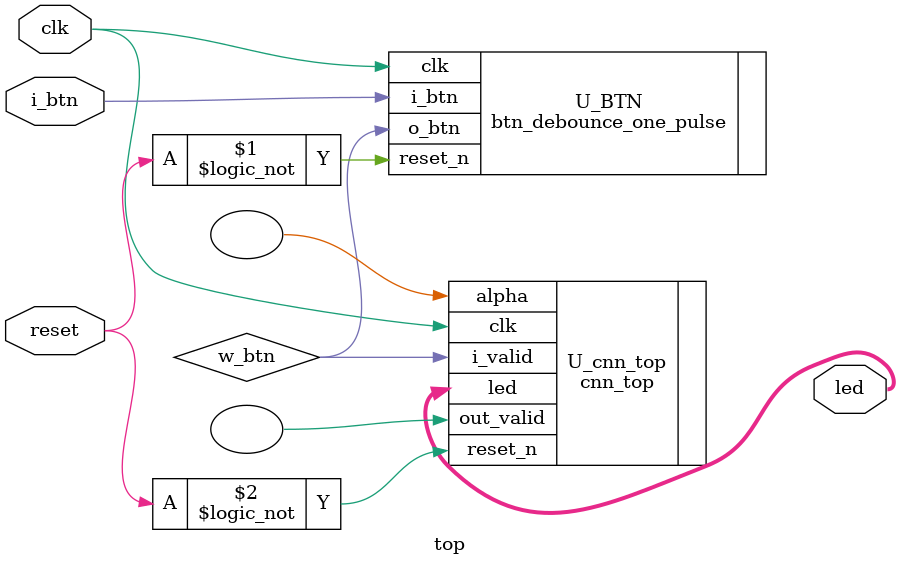
<source format=v>
`timescale 1ns/1ps


module top(
    input clk,
    input i_btn,
    input reset,
    //input [3:0] sw,
    output [2:0] led
);
    parameter I_F_BW       = 8;
    parameter O_F_BW       = 20;
    parameter KX           = 5;
    parameter KY           = 5;
    parameter W_BW         = 8;
    parameter CI           = 1;
    parameter CO           = 3;
    parameter IX           = 28;
    parameter IY           = 28;
    parameter B_BW         = 16;
    parameter AK_BW        = 21;
    parameter ACI_BW       = 21;
    parameter AB_BW        = 21;
    parameter AR_BW        = 20;
    parameter OUT_W        = IX - KX + 1;
    parameter OUT_H        = IY - KY + 1;
    //pooling//
    parameter ST2_Pool_CI  = 3;
    parameter ST2_Pool_CO  = 3;
    parameter ST2_Conv_CI  = 3;
    parameter ST2_Conv_CO  = 3;
    parameter ST2_Conv_IBW = 20;
    parameter ST2_O_F_BW   = 35;
    parameter POOL_OUT_W = 12;
    parameter POOL_OUT_H = 1;

    wire w_btn;
    
    wire clk_20mhz;
    btn_debounce_one_pulse U_BTN(
        .clk(clk),
        .reset_n(!reset),
        .i_btn(i_btn),
        .o_btn(w_btn)
    );

    //clk_div5 u_clk_div5 (
    //    .clk     (clk),
    //    .reset_n (!reset),
    //    .clk_out (clk_20mhz)
    //);

    cnn_top #(
        .I_F_BW       (I_F_BW),
        .O_F_BW       (O_F_BW),
        .KX           (KX),
        .KY           (KY),
        .W_BW         (W_BW),
        .CI           (CI),
        .CO           (CO),
        .IX     (IX),
        .IY     (IY),
        .B_BW   (B_BW),
        .AK_BW  (AK_BW),
        .ACI_BW (ACI_BW),
        .AB_BW  (AB_BW),  
        .AR_BW  (AR_BW),
        .OUT_W(OUT_W),
        .OUT_H(OUT_H),
        .ST2_Pool_CI(ST2_Pool_CI),
        .ST2_Pool_CO(ST2_Pool_CO),
        .ST2_Conv_CI(ST2_Conv_CI),
        .ST2_Conv_CO(ST2_Conv_CO),
        .ST2_Conv_IBW (ST2_Conv_IBW),
        .ST2_O_F_BW   (ST2_O_F_BW),
        .POOL_OUT_W (POOL_OUT_W),
        .POOL_OUT_H(POOL_OUT_H)
    ) U_cnn_top(
        .clk(clk),
        .reset_n(!reset),
        .i_valid(w_btn),
        //.sw(sw),
        .out_valid(),
        .alpha(),
        .led(led)
    );

endmodule
</source>
